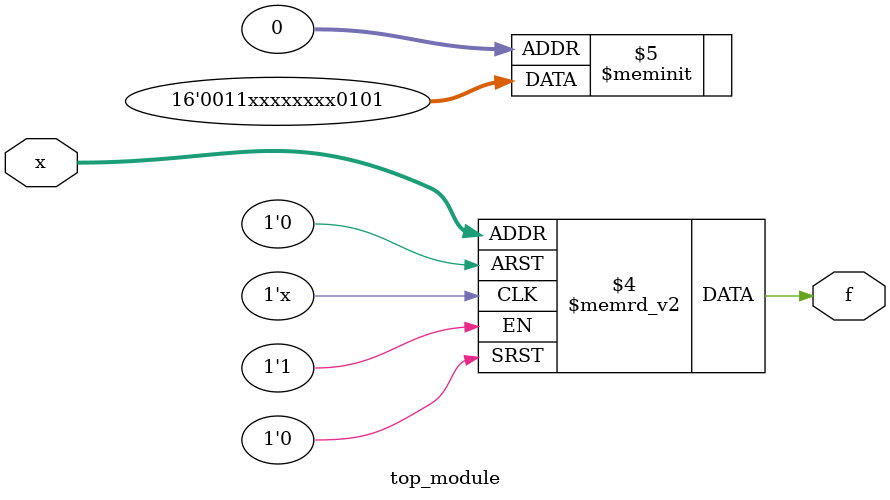
<source format=sv>
module top_module (
  input [4:1] x,
  output logic f
);

  always_comb begin
    case (x)
      4'b0000: f = 1'b1;
      4'b0001: f = 1'b0;
      4'b0011: f = 1'b0;
      4'b0010: f = 1'b1;
      4'b1100: f = 1'b1;
      4'b1101: f = 1'b1;
      4'b1111: f = 1'b0;
      4'b1110: f = 1'b0;
    endcase
  end
endmodule

</source>
